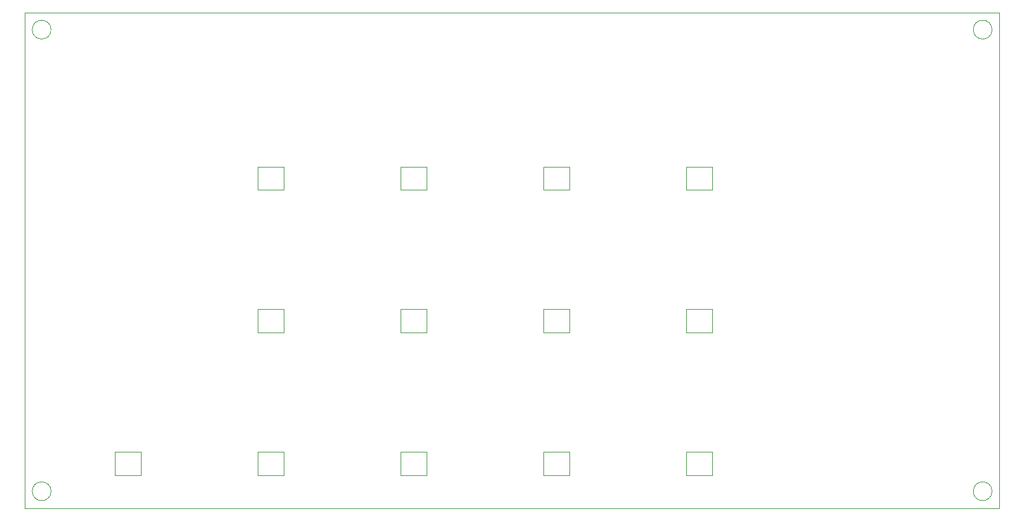
<source format=gbr>
%TF.GenerationSoftware,KiCad,Pcbnew,7.0.2*%
%TF.CreationDate,2023-08-21T12:10:16-07:00*%
%TF.ProjectId,Macropad_Project,4d616372-6f70-4616-945f-50726f6a6563,rev?*%
%TF.SameCoordinates,Original*%
%TF.FileFunction,Profile,NP*%
%FSLAX46Y46*%
G04 Gerber Fmt 4.6, Leading zero omitted, Abs format (unit mm)*
G04 Created by KiCad (PCBNEW 7.0.2) date 2023-08-21 12:10:16*
%MOMM*%
%LPD*%
G01*
G04 APERTURE LIST*
%TA.AperFunction,Profile*%
%ADD10C,0.100000*%
%TD*%
%TA.AperFunction,Profile*%
%ADD11C,0.050000*%
%TD*%
G04 APERTURE END LIST*
D10*
X42750000Y-16500000D02*
X172750000Y-16500000D01*
X172750000Y-82600000D01*
X42750000Y-82600000D01*
X42750000Y-16500000D01*
X46250000Y-18750000D02*
G75*
G03*
X46250000Y-18750000I-1250000J0D01*
G01*
X46250000Y-80335000D02*
G75*
G03*
X46250000Y-80335000I-1250000J0D01*
G01*
X171750000Y-80335000D02*
G75*
G03*
X171750000Y-80335000I-1250000J0D01*
G01*
X171750000Y-18750000D02*
G75*
G03*
X171750000Y-18750000I-1250000J0D01*
G01*
D11*
%TO.C,RGB3*%
X96332500Y-37032500D02*
X92832500Y-37032500D01*
X92832500Y-37032500D02*
X92832500Y-40132500D01*
X92832500Y-40132500D02*
X96332500Y-40132500D01*
X96332500Y-40132500D02*
X96332500Y-37032500D01*
%TO.C,RGB4*%
X77292500Y-37032500D02*
X73792500Y-37032500D01*
X73792500Y-37032500D02*
X73792500Y-40132500D01*
X73792500Y-40132500D02*
X77292500Y-40132500D01*
X77292500Y-40132500D02*
X77292500Y-37032500D01*
%TO.C,RGB6*%
X115382500Y-56062500D02*
X111882500Y-56062500D01*
X111882500Y-56062500D02*
X111882500Y-59162500D01*
X111882500Y-59162500D02*
X115382500Y-59162500D01*
X115382500Y-59162500D02*
X115382500Y-56062500D01*
%TO.C,RGB9*%
X134432500Y-75112500D02*
X130932500Y-75112500D01*
X130932500Y-75112500D02*
X130932500Y-78212500D01*
X130932500Y-78212500D02*
X134432500Y-78212500D01*
X134432500Y-78212500D02*
X134432500Y-75112500D01*
%TO.C,RGB11*%
X96332500Y-75112500D02*
X92832500Y-75112500D01*
X92832500Y-75112500D02*
X92832500Y-78212500D01*
X92832500Y-78212500D02*
X96332500Y-78212500D01*
X96332500Y-78212500D02*
X96332500Y-75112500D01*
%TO.C,RGB10*%
X115382500Y-75112500D02*
X111882500Y-75112500D01*
X111882500Y-75112500D02*
X111882500Y-78212500D01*
X111882500Y-78212500D02*
X115382500Y-78212500D01*
X115382500Y-78212500D02*
X115382500Y-75112500D01*
%TO.C,RGB5*%
X134432500Y-56062500D02*
X130932500Y-56062500D01*
X130932500Y-56062500D02*
X130932500Y-59162500D01*
X130932500Y-59162500D02*
X134432500Y-59162500D01*
X134432500Y-59162500D02*
X134432500Y-56062500D01*
%TO.C,RGB13*%
X58232500Y-75112500D02*
X54732500Y-75112500D01*
X54732500Y-75112500D02*
X54732500Y-78212500D01*
X54732500Y-78212500D02*
X58232500Y-78212500D01*
X58232500Y-78212500D02*
X58232500Y-75112500D01*
%TO.C,RGB12*%
X77292500Y-75112500D02*
X73792500Y-75112500D01*
X73792500Y-75112500D02*
X73792500Y-78212500D01*
X73792500Y-78212500D02*
X77292500Y-78212500D01*
X77292500Y-78212500D02*
X77292500Y-75112500D01*
%TO.C,RGB1*%
X134432500Y-37032500D02*
X130932500Y-37032500D01*
X130932500Y-37032500D02*
X130932500Y-40132500D01*
X130932500Y-40132500D02*
X134432500Y-40132500D01*
X134432500Y-40132500D02*
X134432500Y-37032500D01*
%TO.C,RGB2*%
X115382500Y-37032500D02*
X111882500Y-37032500D01*
X111882500Y-37032500D02*
X111882500Y-40132500D01*
X111882500Y-40132500D02*
X115382500Y-40132500D01*
X115382500Y-40132500D02*
X115382500Y-37032500D01*
%TO.C,RGB8*%
X77292500Y-56062500D02*
X73792500Y-56062500D01*
X73792500Y-56062500D02*
X73792500Y-59162500D01*
X73792500Y-59162500D02*
X77292500Y-59162500D01*
X77292500Y-59162500D02*
X77292500Y-56062500D01*
%TO.C,RGB7*%
X96332500Y-56062500D02*
X92832500Y-56062500D01*
X92832500Y-56062500D02*
X92832500Y-59162500D01*
X92832500Y-59162500D02*
X96332500Y-59162500D01*
X96332500Y-59162500D02*
X96332500Y-56062500D01*
%TD*%
M02*

</source>
